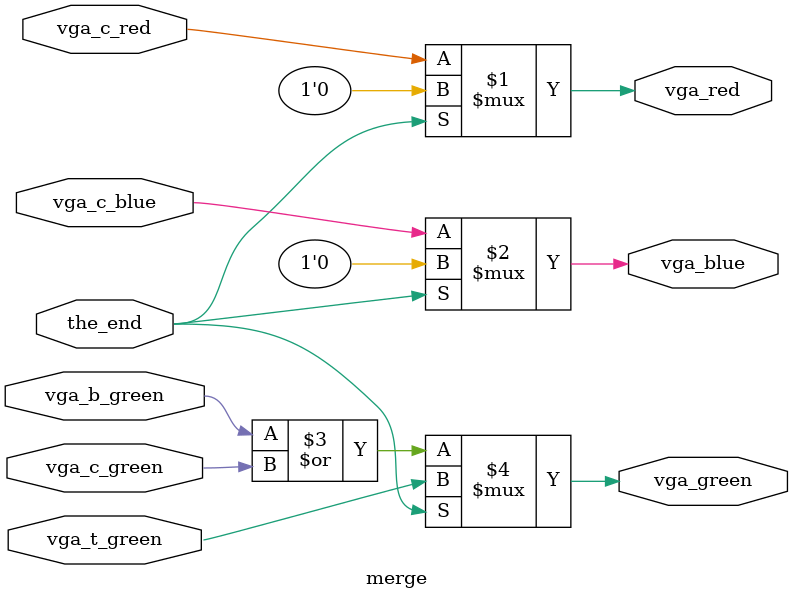
<source format=v>
module merge(the_end,vga_b_green,vga_c_red,vga_c_green,vga_c_blue,vga_t_green,vga_red,vga_blue,vga_green);	
	input the_end;
	input vga_b_green;
	input vga_c_red;
	input vga_c_blue;
	input vga_c_green;
	input vga_t_green;
	output vga_red;
	output vga_blue;
	output vga_green;
	//ÅÐ¶ÏÊÇ·ñ×²Éí£¬¼ÓÉÏÑÕÉ«
	//ÏÈ°ÑÑÕÉ«ºÏÔÚÒ»Æð£¬ÔÚgamemainÄ£¿éÊµÏÖÀàËÆvhdlµÄÔª¼þÀý»¯
	assign vga_red =  the_end ? 1'b0 : vga_c_red ;
	assign vga_blue = the_end ? 1'b0 : vga_c_blue;
	assign vga_green = the_end ? vga_t_green : (vga_b_green | vga_c_green);
	
endmodule
//(ÕâÖ»ÊÇ¶ÔÓÎÏ·Ä£¿éµÄÑÕÉ«ºÏ²¢ÔÚÒ»Æð£¬ºóÃæµÄÀý»¯¸ü·½±ã)
</source>
